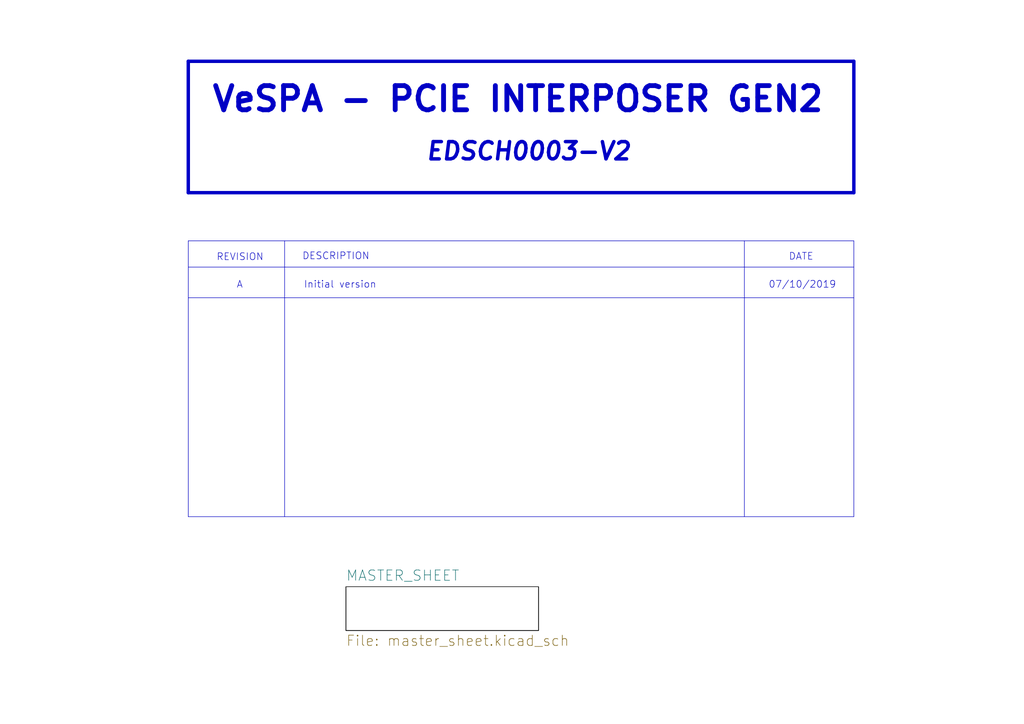
<source format=kicad_sch>
(kicad_sch (version 20200714) (host eeschema "(5.99.0-2858-ga3fc028c9b)")

  (page 1 5)

  (paper "A4")

  (title_block
    (title "EDSCH0003-V2")
    (date "07/10/2019")
    (rev "A")
    (comment 1 "VeSPA - PCIe INTERPOSER")
    (comment 2 " ")
    (comment 3 " ")
    (comment 4 " ")
  )

  (lib_symbols
  )


  (polyline (pts (xy 54.61 17.78) (xy 54.61 55.88))
    (stroke (width 0.9906) (type solid) (color 0 0 0 0))
  )
  (polyline (pts (xy 54.61 55.88) (xy 247.65 55.88))
    (stroke (width 0.9906) (type solid) (color 0 0 0 0))
  )
  (polyline (pts (xy 54.61 69.85) (xy 54.61 149.86))
    (stroke (width 0) (type solid) (color 0 0 0 0))
  )
  (polyline (pts (xy 54.61 69.85) (xy 247.65 69.85))
    (stroke (width 0) (type solid) (color 0 0 0 0))
  )
  (polyline (pts (xy 54.61 149.86) (xy 247.65 149.86))
    (stroke (width 0) (type solid) (color 0 0 0 0))
  )
  (polyline (pts (xy 82.55 69.85) (xy 82.55 149.86))
    (stroke (width 0) (type solid) (color 0 0 0 0))
  )
  (polyline (pts (xy 215.9 69.85) (xy 215.9 149.86))
    (stroke (width 0) (type solid) (color 0 0 0 0))
  )
  (polyline (pts (xy 247.65 17.78) (xy 54.61 17.78))
    (stroke (width 0.9906) (type solid) (color 0 0 0 0))
  )
  (polyline (pts (xy 247.65 55.88) (xy 247.65 17.78))
    (stroke (width 0.9906) (type solid) (color 0 0 0 0))
  )
  (polyline (pts (xy 247.65 69.85) (xy 247.65 149.86))
    (stroke (width 0) (type solid) (color 0 0 0 0))
  )
  (polyline (pts (xy 247.65 77.47) (xy 54.61 77.47))
    (stroke (width 0) (type solid) (color 0 0 0 0))
  )
  (polyline (pts (xy 247.65 86.36) (xy 54.61 86.36))
    (stroke (width 0) (type solid) (color 0 0 0 0))
  )

  (text "VeSPA - PCIE INTERPOSER GEN2" (at 60.96 33.02 0)
    (effects (font (size 7.0104 7.0104) (thickness 1.4021) bold) (justify left bottom))
  )
  (text "REVISION" (at 62.738 75.819 0)
    (effects (font (size 2.0066 2.0066)) (justify left bottom))
  )
  (text "A" (at 68.58 83.82 0)
    (effects (font (size 2.007 2.007)) (justify left bottom))
  )
  (text "DESCRIPTION" (at 87.63 75.565 0)
    (effects (font (size 2.0066 2.0066)) (justify left bottom))
  )
  (text "Initial version" (at 109.22 83.82 180)
    (effects (font (size 2.007 2.007)) (justify right bottom))
  )
  (text "EDSCH0003-V2" (at 123.19 46.99 0)
    (effects (font (size 5.0038 5.0038) (thickness 1.0008) bold italic) (justify left bottom))
  )
  (text "DATE" (at 228.727 75.692 0)
    (effects (font (size 2.0066 2.0066)) (justify left bottom))
  )
  (text "07/10/2019" (at 242.57 83.82 180)
    (effects (font (size 2.007 2.007)) (justify right bottom))
  )

  (sheet (at 100.33 170.18) (size 55.88 12.7)
    (stroke (width 0) (type solid) (color 0 0 0 1))
    (fill (color 255 255 255 0.0000))
    (uuid 00000000-0000-0000-0000-00005d9baeb2)
    (property "Sheet name" "MASTER_SHEET" (id 0) (at 100.33 168.6809 0)
      (effects (font (size 2.9972 2.9972)) (justify left bottom))
    )
    (property "Sheet file" "master_sheet.kicad_sch" (id 1) (at 100.33 184.0794 0)
      (effects (font (size 2.9972 2.9972)) (justify left top))
    )
  )

  (symbol_instances
    (path "/00000000-0000-0000-0000-00005d9baeb2/00000000-0000-0000-0000-00005d9baf86/00000000-0000-0000-0000-00005db5e1bc"
      (reference "#PWR01") (unit 1)
    )
    (path "/00000000-0000-0000-0000-00005d9baeb2/00000000-0000-0000-0000-00005d9baf86/00000000-0000-0000-0000-00005db65e5d"
      (reference "#PWR02") (unit 1)
    )
    (path "/00000000-0000-0000-0000-00005d9baeb2/00000000-0000-0000-0000-00005d9baf86/00000000-0000-0000-0000-00005db6d00c"
      (reference "#PWR03") (unit 1)
    )
    (path "/00000000-0000-0000-0000-00005d9baeb2/00000000-0000-0000-0000-00005d9baf86/00000000-0000-0000-0000-00005db6a76a"
      (reference "#PWR04") (unit 1)
    )
    (path "/00000000-0000-0000-0000-00005d9baeb2/00000000-0000-0000-0000-00005d9baf86/00000000-0000-0000-0000-00005e24eda3"
      (reference "#PWR05") (unit 1)
    )
    (path "/00000000-0000-0000-0000-00005d9baeb2/00000000-0000-0000-0000-00005d9baf86/00000000-0000-0000-0000-00005e24f278"
      (reference "#PWR06") (unit 1)
    )
    (path "/00000000-0000-0000-0000-00005d9baeb2/00000000-0000-0000-0000-00005d9baf86/00000000-0000-0000-0000-00005e25074c"
      (reference "#PWR07") (unit 1)
    )
    (path "/00000000-0000-0000-0000-00005d9baeb2/00000000-0000-0000-0000-00005d9baf86/00000000-0000-0000-0000-00005e250b90"
      (reference "#PWR08") (unit 1)
    )
    (path "/00000000-0000-0000-0000-00005d9baeb2/00000000-0000-0000-0000-00005d9baf86/00000000-0000-0000-0000-00005dc132c7"
      (reference "#PWR09") (unit 1)
    )
    (path "/00000000-0000-0000-0000-00005d9baeb2/00000000-0000-0000-0000-00005d9baf86/00000000-0000-0000-0000-00005dc33211"
      (reference "#PWR010") (unit 1)
    )
    (path "/00000000-0000-0000-0000-00005d9baeb2/00000000-0000-0000-0000-00005d9baf86/00000000-0000-0000-0000-00005dbec328"
      (reference "#PWR011") (unit 1)
    )
    (path "/00000000-0000-0000-0000-00005d9baeb2/00000000-0000-0000-0000-00005d9baf86/00000000-0000-0000-0000-00005e253c2d"
      (reference "#PWR012") (unit 1)
    )
    (path "/00000000-0000-0000-0000-00005d9baeb2/00000000-0000-0000-0000-00005d9baf86/00000000-0000-0000-0000-00005e2bb68a"
      (reference "#PWR013") (unit 1)
    )
    (path "/00000000-0000-0000-0000-00005d9baeb2/00000000-0000-0000-0000-00005d9baf86/00000000-0000-0000-0000-00005e254714"
      (reference "#PWR014") (unit 1)
    )
    (path "/00000000-0000-0000-0000-00005d9baeb2/00000000-0000-0000-0000-00005d9baf86/00000000-0000-0000-0000-00005e250f9e"
      (reference "#PWR015") (unit 1)
    )
    (path "/00000000-0000-0000-0000-00005d9baeb2/00000000-0000-0000-0000-00005d9baf86/00000000-0000-0000-0000-00005e251829"
      (reference "#PWR016") (unit 1)
    )
    (path "/00000000-0000-0000-0000-00005d9baeb2/00000000-0000-0000-0000-00005d9baf86/00000000-0000-0000-0000-00005dbc010e"
      (reference "#PWR017") (unit 1)
    )
    (path "/00000000-0000-0000-0000-00005d9baeb2/00000000-0000-0000-0000-00005d9baf86/00000000-0000-0000-0000-00005dbde284"
      (reference "#PWR018") (unit 1)
    )
    (path "/00000000-0000-0000-0000-00005d9baeb2/00000000-0000-0000-0000-00005d9baf86/00000000-0000-0000-0000-00005dbc379d"
      (reference "#PWR019") (unit 1)
    )
    (path "/00000000-0000-0000-0000-00005d9baeb2/00000000-0000-0000-0000-00005d9baf86/00000000-0000-0000-0000-00005e251bdf"
      (reference "#PWR020") (unit 1)
    )
    (path "/00000000-0000-0000-0000-00005d9baeb2/00000000-0000-0000-0000-00005d9baf86/00000000-0000-0000-0000-00005dbd8df4"
      (reference "#PWR021") (unit 1)
    )
    (path "/00000000-0000-0000-0000-00005d9baeb2/00000000-0000-0000-0000-00005d9baf86/00000000-0000-0000-0000-00005e25130c"
      (reference "#PWR022") (unit 1)
    )
    (path "/00000000-0000-0000-0000-00005d9baeb2/00000000-0000-0000-0000-00005d9baf86/00000000-0000-0000-0000-00005e257f67"
      (reference "C1") (unit 1)
    )
    (path "/00000000-0000-0000-0000-00005d9baeb2/00000000-0000-0000-0000-00005d9baf86/00000000-0000-0000-0000-00005e258aae"
      (reference "C2") (unit 1)
    )
    (path "/00000000-0000-0000-0000-00005d9baeb2/00000000-0000-0000-0000-00005d9baf86/00000000-0000-0000-0000-00005e25cf9a"
      (reference "C3") (unit 1)
    )
    (path "/00000000-0000-0000-0000-00005d9baeb2/00000000-0000-0000-0000-00005d9baf86/00000000-0000-0000-0000-00005e25d8e1"
      (reference "C4") (unit 1)
    )
    (path "/00000000-0000-0000-0000-00005d9baeb2/00000000-0000-0000-0000-00005d9baf86/00000000-0000-0000-0000-00005e2650b7"
      (reference "C5") (unit 1)
    )
    (path "/00000000-0000-0000-0000-00005d9baeb2/00000000-0000-0000-0000-00005d9baf86/00000000-0000-0000-0000-00005dba7f8d"
      (reference "J1") (unit 1)
    )
    (path "/00000000-0000-0000-0000-00005d9baeb2/00000000-0000-0000-0000-00005d9baf86/00000000-0000-0000-0000-00005dbd538f"
      (reference "J2") (unit 1)
    )
    (path "/00000000-0000-0000-0000-00005d9baeb2/00000000-0000-0000-0000-00005d9baf86/00000000-0000-0000-0000-00005db877af"
      (reference "P1") (unit 1)
    )
    (path "/00000000-0000-0000-0000-00005d9baeb2/00000000-0000-0000-0000-00005d9baf86/00000000-0000-0000-0000-00005e2a8dfa"
      (reference "R19") (unit 1)
    )
    (path "/00000000-0000-0000-0000-00005d9baeb2/00000000-0000-0000-0000-00005d9baf86/00000000-0000-0000-0000-00005e26515b"
      (reference "R20") (unit 1)
    )
    (path "/00000000-0000-0000-0000-00005d9baeb2/00000000-0000-0000-0000-00005d9baf86/00000000-0000-0000-0000-00005e2b75c8"
      (reference "U1") (unit 1)
    )
    (path "/00000000-0000-0000-0000-00005d9baeb2/00000000-0000-0000-0000-00005d9baf86/00000000-0000-0000-0000-00005e255c3b"
      (reference "ZZ1") (unit 1)
    )
    (path "/00000000-0000-0000-0000-00005d9baeb2/00000000-0000-0000-0000-00005d9baf86/00000000-0000-0000-0000-00005e25625a"
      (reference "ZZ2") (unit 1)
    )
    (path "/00000000-0000-0000-0000-00005d9baeb2/00000000-0000-0000-0000-00005d9baf88/00000000-0000-0000-0000-00005e2bce9b"
      (reference "#PWR023") (unit 1)
    )
    (path "/00000000-0000-0000-0000-00005d9baeb2/00000000-0000-0000-0000-00005d9baf88/00000000-0000-0000-0000-00005e2579a1"
      (reference "#PWR024") (unit 1)
    )
    (path "/00000000-0000-0000-0000-00005d9baeb2/00000000-0000-0000-0000-00005d9baf88/00000000-0000-0000-0000-00005e264f11"
      (reference "#PWR025") (unit 1)
    )
    (path "/00000000-0000-0000-0000-00005d9baeb2/00000000-0000-0000-0000-00005d9baf88/00000000-0000-0000-0000-00005e26510b"
      (reference "#PWR026") (unit 1)
    )
    (path "/00000000-0000-0000-0000-00005d9baeb2/00000000-0000-0000-0000-00005d9baf88/00000000-0000-0000-0000-00005e271f3b"
      (reference "#PWR027") (unit 1)
    )
    (path "/00000000-0000-0000-0000-00005d9baeb2/00000000-0000-0000-0000-00005d9baf88/00000000-0000-0000-0000-00005e271f8f"
      (reference "#PWR028") (unit 1)
    )
    (path "/00000000-0000-0000-0000-00005d9baeb2/00000000-0000-0000-0000-00005d9baf88/00000000-0000-0000-0000-00005e2638d6"
      (reference "#PWR029") (unit 1)
    )
    (path "/00000000-0000-0000-0000-00005d9baeb2/00000000-0000-0000-0000-00005d9baf88/00000000-0000-0000-0000-00005e26509d"
      (reference "#PWR030") (unit 1)
    )
    (path "/00000000-0000-0000-0000-00005d9baeb2/00000000-0000-0000-0000-00005d9baf88/00000000-0000-0000-0000-00005e271da6"
      (reference "#PWR031") (unit 1)
    )
    (path "/00000000-0000-0000-0000-00005d9baeb2/00000000-0000-0000-0000-00005d9baf88/00000000-0000-0000-0000-00005dcd88a6"
      (reference "#PWR032") (unit 1)
    )
    (path "/00000000-0000-0000-0000-00005d9baeb2/00000000-0000-0000-0000-00005d9baf88/00000000-0000-0000-0000-00005e264fd3"
      (reference "#PWR033") (unit 1)
    )
    (path "/00000000-0000-0000-0000-00005d9baeb2/00000000-0000-0000-0000-00005d9baf88/00000000-0000-0000-0000-00005e271d62"
      (reference "#PWR034") (unit 1)
    )
    (path "/00000000-0000-0000-0000-00005d9baeb2/00000000-0000-0000-0000-00005d9baf88/00000000-0000-0000-0000-00005dc2c117"
      (reference "#PWR035") (unit 1)
    )
    (path "/00000000-0000-0000-0000-00005d9baeb2/00000000-0000-0000-0000-00005d9baf88/00000000-0000-0000-0000-00005e264fc0"
      (reference "#PWR036") (unit 1)
    )
    (path "/00000000-0000-0000-0000-00005d9baeb2/00000000-0000-0000-0000-00005d9baf88/00000000-0000-0000-0000-00005e271ecc"
      (reference "#PWR037") (unit 1)
    )
    (path "/00000000-0000-0000-0000-00005d9baeb2/00000000-0000-0000-0000-00005d9baf88/00000000-0000-0000-0000-00005e263c1e"
      (reference "#PWR038") (unit 1)
    )
    (path "/00000000-0000-0000-0000-00005d9baeb2/00000000-0000-0000-0000-00005d9baf88/00000000-0000-0000-0000-00005dce15f6"
      (reference "#PWR039") (unit 1)
    )
    (path "/00000000-0000-0000-0000-00005d9baeb2/00000000-0000-0000-0000-00005d9baf88/00000000-0000-0000-0000-00005e2650dd"
      (reference "#PWR040") (unit 1)
    )
    (path "/00000000-0000-0000-0000-00005d9baeb2/00000000-0000-0000-0000-00005d9baf88/00000000-0000-0000-0000-00005e26508b"
      (reference "#PWR041") (unit 1)
    )
    (path "/00000000-0000-0000-0000-00005d9baeb2/00000000-0000-0000-0000-00005d9baf88/00000000-0000-0000-0000-00005e271f28"
      (reference "#PWR042") (unit 1)
    )
    (path "/00000000-0000-0000-0000-00005d9baeb2/00000000-0000-0000-0000-00005d9baf88/00000000-0000-0000-0000-00005e271d94"
      (reference "#PWR043") (unit 1)
    )
    (path "/00000000-0000-0000-0000-00005d9baeb2/00000000-0000-0000-0000-00005d9baf88/00000000-0000-0000-0000-00005dc2c8ce"
      (reference "#PWR044") (unit 1)
    )
    (path "/00000000-0000-0000-0000-00005d9baeb2/00000000-0000-0000-0000-00005d9baf88/00000000-0000-0000-0000-00005e264ff6"
      (reference "#PWR045") (unit 1)
    )
    (path "/00000000-0000-0000-0000-00005d9baeb2/00000000-0000-0000-0000-00005d9baf88/00000000-0000-0000-0000-00005e271db9"
      (reference "#PWR046") (unit 1)
    )
    (path "/00000000-0000-0000-0000-00005d9baeb2/00000000-0000-0000-0000-00005d9baf88/00000000-0000-0000-0000-00005dc418e5"
      (reference "#PWR047") (unit 1)
    )
    (path "/00000000-0000-0000-0000-00005d9baeb2/00000000-0000-0000-0000-00005d9baf88/00000000-0000-0000-0000-00005e265075"
      (reference "#PWR048") (unit 1)
    )
    (path "/00000000-0000-0000-0000-00005d9baeb2/00000000-0000-0000-0000-00005d9baf88/00000000-0000-0000-0000-00005e271dcd"
      (reference "#PWR049") (unit 1)
    )
    (path "/00000000-0000-0000-0000-00005d9baeb2/00000000-0000-0000-0000-00005d9baf88/00000000-0000-0000-0000-00005dc3ce18"
      (reference "#PWR050") (unit 1)
    )
    (path "/00000000-0000-0000-0000-00005d9baeb2/00000000-0000-0000-0000-00005d9baf88/00000000-0000-0000-0000-00005e265062"
      (reference "#PWR051") (unit 1)
    )
    (path "/00000000-0000-0000-0000-00005d9baeb2/00000000-0000-0000-0000-00005d9baf88/00000000-0000-0000-0000-00005e271e0e"
      (reference "#PWR052") (unit 1)
    )
    (path "/00000000-0000-0000-0000-00005d9baeb2/00000000-0000-0000-0000-00005d9baf88/00000000-0000-0000-0000-00005e263efe"
      (reference "#PWR053") (unit 1)
    )
    (path "/00000000-0000-0000-0000-00005d9baeb2/00000000-0000-0000-0000-00005d9baf88/00000000-0000-0000-0000-00005e2650cb"
      (reference "#PWR054") (unit 1)
    )
    (path "/00000000-0000-0000-0000-00005d9baeb2/00000000-0000-0000-0000-00005d9baf88/00000000-0000-0000-0000-00005e271d4c"
      (reference "#PWR055") (unit 1)
    )
    (path "/00000000-0000-0000-0000-00005d9baeb2/00000000-0000-0000-0000-00005d9baf88/00000000-0000-0000-0000-00005e24df32"
      (reference "C6") (unit 1)
    )
    (path "/00000000-0000-0000-0000-00005d9baeb2/00000000-0000-0000-0000-00005d9baf88/00000000-0000-0000-0000-00005e24fbe2"
      (reference "C7") (unit 1)
    )
    (path "/00000000-0000-0000-0000-00005d9baeb2/00000000-0000-0000-0000-00005d9baf88/00000000-0000-0000-0000-00005e265125"
      (reference "C8") (unit 1)
    )
    (path "/00000000-0000-0000-0000-00005d9baeb2/00000000-0000-0000-0000-00005d9baf88/00000000-0000-0000-0000-00005e2650f7"
      (reference "C9") (unit 1)
    )
    (path "/00000000-0000-0000-0000-00005d9baeb2/00000000-0000-0000-0000-00005d9baf88/00000000-0000-0000-0000-00005e271fa8"
      (reference "C10") (unit 1)
    )
    (path "/00000000-0000-0000-0000-00005d9baeb2/00000000-0000-0000-0000-00005d9baf88/00000000-0000-0000-0000-00005e27204d"
      (reference "C11") (unit 1)
    )
    (path "/00000000-0000-0000-0000-00005d9baeb2/00000000-0000-0000-0000-00005d9baf88/00000000-0000-0000-0000-00005e25a937"
      (reference "C12") (unit 1)
    )
    (path "/00000000-0000-0000-0000-00005d9baeb2/00000000-0000-0000-0000-00005d9baf88/00000000-0000-0000-0000-00005e265233"
      (reference "C13") (unit 1)
    )
    (path "/00000000-0000-0000-0000-00005d9baeb2/00000000-0000-0000-0000-00005d9baf88/00000000-0000-0000-0000-00005e271d7f"
      (reference "C14") (unit 1)
    )
    (path "/00000000-0000-0000-0000-00005d9baeb2/00000000-0000-0000-0000-00005d9baf88/00000000-0000-0000-0000-00005e25f23e"
      (reference "C15") (unit 1)
    )
    (path "/00000000-0000-0000-0000-00005d9baeb2/00000000-0000-0000-0000-00005d9baf88/00000000-0000-0000-0000-00005e26513f"
      (reference "C16") (unit 1)
    )
    (path "/00000000-0000-0000-0000-00005d9baeb2/00000000-0000-0000-0000-00005d9baf88/00000000-0000-0000-0000-00005e271d37"
      (reference "C17") (unit 1)
    )
    (path "/00000000-0000-0000-0000-00005d9baeb2/00000000-0000-0000-0000-00005d9baf88/00000000-0000-0000-0000-00005e25fea2"
      (reference "C18") (unit 1)
    )
    (path "/00000000-0000-0000-0000-00005d9baeb2/00000000-0000-0000-0000-00005d9baf88/00000000-0000-0000-0000-00005e264eff"
      (reference "C19") (unit 1)
    )
    (path "/00000000-0000-0000-0000-00005d9baeb2/00000000-0000-0000-0000-00005d9baf88/00000000-0000-0000-0000-00005e271ef3"
      (reference "C20") (unit 1)
    )
    (path "/00000000-0000-0000-0000-00005d9baeb2/00000000-0000-0000-0000-00005d9baf88/00000000-0000-0000-0000-00005e25d51c"
      (reference "C21") (unit 1)
    )
    (path "/00000000-0000-0000-0000-00005d9baeb2/00000000-0000-0000-0000-00005d9baf88/00000000-0000-0000-0000-00005e25db49"
      (reference "C22") (unit 1)
    )
    (path "/00000000-0000-0000-0000-00005d9baeb2/00000000-0000-0000-0000-00005d9baf88/00000000-0000-0000-0000-00005e2651ff"
      (reference "C23") (unit 1)
    )
    (path "/00000000-0000-0000-0000-00005d9baeb2/00000000-0000-0000-0000-00005d9baf88/00000000-0000-0000-0000-00005e2bce9c"
      (reference "C24") (unit 1)
    )
    (path "/00000000-0000-0000-0000-00005d9baeb2/00000000-0000-0000-0000-00005d9baf88/00000000-0000-0000-0000-00005dca694f"
      (reference "D1") (unit 1)
    )
    (path "/00000000-0000-0000-0000-00005d9baeb2/00000000-0000-0000-0000-00005d9baf88/00000000-0000-0000-0000-00005e265024"
      (reference "D2") (unit 1)
    )
    (path "/00000000-0000-0000-0000-00005d9baeb2/00000000-0000-0000-0000-00005d9baf88/00000000-0000-0000-0000-00005e271df8"
      (reference "D3") (unit 1)
    )
    (path "/00000000-0000-0000-0000-00005d9baeb2/00000000-0000-0000-0000-00005d9baf88/00000000-0000-0000-0000-00005e25dde7"
      (reference "FB1") (unit 1)
    )
    (path "/00000000-0000-0000-0000-00005d9baeb2/00000000-0000-0000-0000-00005d9baf88/00000000-0000-0000-0000-00005e264f47"
      (reference "FB2") (unit 1)
    )
    (path "/00000000-0000-0000-0000-00005d9baeb2/00000000-0000-0000-0000-00005d9baf88/00000000-0000-0000-0000-00005e272034"
      (reference "FB3") (unit 1)
    )
    (path "/00000000-0000-0000-0000-00005d9baeb2/00000000-0000-0000-0000-00005d9baf88/00000000-0000-0000-0000-00005e250088"
      (reference "R1") (unit 1)
    )
    (path "/00000000-0000-0000-0000-00005d9baeb2/00000000-0000-0000-0000-00005d9baf88/00000000-0000-0000-0000-00005e2540cf"
      (reference "R2") (unit 1)
    )
    (path "/00000000-0000-0000-0000-00005d9baeb2/00000000-0000-0000-0000-00005d9baf88/00000000-0000-0000-0000-00005e264f2c"
      (reference "R3") (unit 1)
    )
    (path "/00000000-0000-0000-0000-00005d9baeb2/00000000-0000-0000-0000-00005d9baf88/00000000-0000-0000-0000-00005e2651ae"
      (reference "R4") (unit 1)
    )
    (path "/00000000-0000-0000-0000-00005d9baeb2/00000000-0000-0000-0000-00005d9baf88/00000000-0000-0000-0000-00005e271f11"
      (reference "R5") (unit 1)
    )
    (path "/00000000-0000-0000-0000-00005d9baeb2/00000000-0000-0000-0000-00005d9baf88/00000000-0000-0000-0000-00005e271e48"
      (reference "R6") (unit 1)
    )
    (path "/00000000-0000-0000-0000-00005d9baeb2/00000000-0000-0000-0000-00005d9baf88/00000000-0000-0000-0000-00005e25692c"
      (reference "R7") (unit 1)
    )
    (path "/00000000-0000-0000-0000-00005d9baeb2/00000000-0000-0000-0000-00005d9baf88/00000000-0000-0000-0000-00005e25604f"
      (reference "R8") (unit 1)
    )
    (path "/00000000-0000-0000-0000-00005d9baeb2/00000000-0000-0000-0000-00005d9baf88/00000000-0000-0000-0000-00005e2572b5"
      (reference "R9") (unit 1)
    )
    (path "/00000000-0000-0000-0000-00005d9baeb2/00000000-0000-0000-0000-00005d9baf88/00000000-0000-0000-0000-00005e2651c8"
      (reference "R10") (unit 1)
    )
    (path "/00000000-0000-0000-0000-00005d9baeb2/00000000-0000-0000-0000-00005d9baf88/00000000-0000-0000-0000-00005e2651e2"
      (reference "R11") (unit 1)
    )
    (path "/00000000-0000-0000-0000-00005d9baeb2/00000000-0000-0000-0000-00005d9baf88/00000000-0000-0000-0000-00005e2c70ec"
      (reference "R12") (unit 1)
    )
    (path "/00000000-0000-0000-0000-00005d9baeb2/00000000-0000-0000-0000-00005d9baf88/00000000-0000-0000-0000-00005e271ff9"
      (reference "R13") (unit 1)
    )
    (path "/00000000-0000-0000-0000-00005d9baeb2/00000000-0000-0000-0000-00005d9baf88/00000000-0000-0000-0000-00005e271e63"
      (reference "R14") (unit 1)
    )
    (path "/00000000-0000-0000-0000-00005d9baeb2/00000000-0000-0000-0000-00005d9baf88/00000000-0000-0000-0000-00005e271f7c"
      (reference "R15") (unit 1)
    )
    (path "/00000000-0000-0000-0000-00005d9baeb2/00000000-0000-0000-0000-00005d9baf88/00000000-0000-0000-0000-00005e29cbc5"
      (reference "R16") (unit 1)
    )
    (path "/00000000-0000-0000-0000-00005d9baeb2/00000000-0000-0000-0000-00005d9baf88/00000000-0000-0000-0000-00005e267a0d"
      (reference "R17") (unit 1)
    )
    (path "/00000000-0000-0000-0000-00005d9baeb2/00000000-0000-0000-0000-00005d9baf88/00000000-0000-0000-0000-00005e268365"
      (reference "R18") (unit 1)
    )
    (path "/00000000-0000-0000-0000-00005d9baeb2/00000000-0000-0000-0000-00005d9baf88/00000000-0000-0000-0000-00005e2c70ed"
      (reference "R21") (unit 1)
    )
    (path "/00000000-0000-0000-0000-00005d9baeb2/00000000-0000-0000-0000-00005d9baf88/00000000-0000-0000-0000-00005e2ab4d3"
      (reference "R22") (unit 1)
    )
    (path "/00000000-0000-0000-0000-00005d9baeb2/00000000-0000-0000-0000-00005d9baf88/00000000-0000-0000-0000-00005e29a2cb"
      (reference "R23") (unit 1)
    )
    (path "/00000000-0000-0000-0000-00005d9baeb2/00000000-0000-0000-0000-00005d9baf88/00000000-0000-0000-0000-00005e299ad3"
      (reference "R24") (unit 1)
    )
    (path "/00000000-0000-0000-0000-00005d9baeb2/00000000-0000-0000-0000-00005d9baf88/00000000-0000-0000-0000-00005e29742c"
      (reference "R25") (unit 1)
    )
    (path "/00000000-0000-0000-0000-00005d9baeb2/00000000-0000-0000-0000-00005d9baf88/00000000-0000-0000-0000-00005e29df51"
      (reference "R26") (unit 1)
    )
    (path "/00000000-0000-0000-0000-00005d9baeb2/00000000-0000-0000-0000-00005d9baf88/00000000-0000-0000-0000-00005e29f29f"
      (reference "R27") (unit 1)
    )
    (path "/00000000-0000-0000-0000-00005d9baeb2/00000000-0000-0000-0000-00005d9baf88/00000000-0000-0000-0000-00005e29fe2c"
      (reference "R28") (unit 1)
    )
    (path "/00000000-0000-0000-0000-00005d9baeb2/00000000-0000-0000-0000-00005d9baf88/00000000-0000-0000-0000-00005dc15347"
      (reference "U2") (unit 1)
    )
    (path "/00000000-0000-0000-0000-00005d9baeb2/00000000-0000-0000-0000-00005d9baf88/00000000-0000-0000-0000-00005e264fa8"
      (reference "U3") (unit 1)
    )
    (path "/00000000-0000-0000-0000-00005d9baeb2/00000000-0000-0000-0000-00005d9baf88/00000000-0000-0000-0000-00005e271eb3"
      (reference "U4") (unit 1)
    )
    (path "/00000000-0000-0000-0000-00005d9baeb2/00000000-0000-0000-0000-00005db14821/00000000-0000-0000-0000-00005db21a72"
      (reference "#PWR056") (unit 1)
    )
    (path "/00000000-0000-0000-0000-00005d9baeb2/00000000-0000-0000-0000-00005db14821/00000000-0000-0000-0000-00005e27fb26"
      (reference "#PWR057") (unit 1)
    )
    (path "/00000000-0000-0000-0000-00005d9baeb2/00000000-0000-0000-0000-00005db14821/00000000-0000-0000-0000-00005db322a2"
      (reference "#PWR058") (unit 1)
    )
    (path "/00000000-0000-0000-0000-00005d9baeb2/00000000-0000-0000-0000-00005db14821/00000000-0000-0000-0000-00005e28a6b2"
      (reference "#PWR059") (unit 1)
    )
    (path "/00000000-0000-0000-0000-00005d9baeb2/00000000-0000-0000-0000-00005db14821/00000000-0000-0000-0000-00005db235ec"
      (reference "#PWR060") (unit 1)
    )
    (path "/00000000-0000-0000-0000-00005d9baeb2/00000000-0000-0000-0000-00005db14821/00000000-0000-0000-0000-00005e28aa12"
      (reference "#PWR061") (unit 1)
    )
    (path "/00000000-0000-0000-0000-00005d9baeb2/00000000-0000-0000-0000-00005db14821/00000000-0000-0000-0000-00005db17b41"
      (reference "#PWR062") (unit 1)
    )
    (path "/00000000-0000-0000-0000-00005d9baeb2/00000000-0000-0000-0000-00005db14821/00000000-0000-0000-0000-00005dbb7b4f"
      (reference "#PWR063") (unit 1)
    )
    (path "/00000000-0000-0000-0000-00005d9baeb2/00000000-0000-0000-0000-00005db14821/00000000-0000-0000-0000-00005e28addc"
      (reference "#PWR064") (unit 1)
    )
    (path "/00000000-0000-0000-0000-00005d9baeb2/00000000-0000-0000-0000-00005db14821/00000000-0000-0000-0000-00005e284739"
      (reference "#PWR065") (unit 1)
    )
    (path "/00000000-0000-0000-0000-00005d9baeb2/00000000-0000-0000-0000-00005db14821/00000000-0000-0000-0000-00005db36ca3"
      (reference "#PWR066") (unit 1)
    )
    (path "/00000000-0000-0000-0000-00005d9baeb2/00000000-0000-0000-0000-00005db14821/00000000-0000-0000-0000-00005db4cefb"
      (reference "#PWR067") (unit 1)
    )
    (path "/00000000-0000-0000-0000-00005d9baeb2/00000000-0000-0000-0000-00005db14821/00000000-0000-0000-0000-00005e285067"
      (reference "#PWR068") (unit 1)
    )
    (path "/00000000-0000-0000-0000-00005d9baeb2/00000000-0000-0000-0000-00005db14821/00000000-0000-0000-0000-00005db3fbeb"
      (reference "#PWR069") (unit 1)
    )
    (path "/00000000-0000-0000-0000-00005d9baeb2/00000000-0000-0000-0000-00005db14821/00000000-0000-0000-0000-00005e28b0a8"
      (reference "#PWR070") (unit 1)
    )
    (path "/00000000-0000-0000-0000-00005d9baeb2/00000000-0000-0000-0000-00005db14821/00000000-0000-0000-0000-00005db4f95c"
      (reference "#PWR071") (unit 1)
    )
    (path "/00000000-0000-0000-0000-00005d9baeb2/00000000-0000-0000-0000-00005db14821/00000000-0000-0000-0000-00005e285398"
      (reference "#PWR072") (unit 1)
    )
    (path "/00000000-0000-0000-0000-00005d9baeb2/00000000-0000-0000-0000-00005db14821/00000000-0000-0000-0000-00005db435aa"
      (reference "#PWR073") (unit 1)
    )
    (path "/00000000-0000-0000-0000-00005d9baeb2/00000000-0000-0000-0000-00005db14821/00000000-0000-0000-0000-00005e28b242"
      (reference "#PWR074") (unit 1)
    )
    (path "/00000000-0000-0000-0000-00005d9baeb2/00000000-0000-0000-0000-00005db14821/00000000-0000-0000-0000-00005db52d94"
      (reference "#PWR075") (unit 1)
    )
    (path "/00000000-0000-0000-0000-00005d9baeb2/00000000-0000-0000-0000-00005db14821/00000000-0000-0000-0000-00005e28566f"
      (reference "#PWR076") (unit 1)
    )
    (path "/00000000-0000-0000-0000-00005d9baeb2/00000000-0000-0000-0000-00005db14821/00000000-0000-0000-0000-00005db44b19"
      (reference "#PWR077") (unit 1)
    )
    (path "/00000000-0000-0000-0000-00005d9baeb2/00000000-0000-0000-0000-00005db14821/00000000-0000-0000-0000-00005e28b55b"
      (reference "#PWR078") (unit 1)
    )
    (path "/00000000-0000-0000-0000-00005d9baeb2/00000000-0000-0000-0000-00005db14821/00000000-0000-0000-0000-00005db57dfc"
      (reference "#PWR079") (unit 1)
    )
    (path "/00000000-0000-0000-0000-00005d9baeb2/00000000-0000-0000-0000-00005db14821/00000000-0000-0000-0000-00005e2bce9f"
      (reference "C25") (unit 1)
    )
    (path "/00000000-0000-0000-0000-00005d9baeb2/00000000-0000-0000-0000-00005db14821/00000000-0000-0000-0000-00005e2bcea0"
      (reference "C26") (unit 1)
    )
    (path "/00000000-0000-0000-0000-00005d9baeb2/00000000-0000-0000-0000-00005db14821/00000000-0000-0000-0000-00005e288a5e"
      (reference "C27") (unit 1)
    )
    (path "/00000000-0000-0000-0000-00005d9baeb2/00000000-0000-0000-0000-00005db14821/00000000-0000-0000-0000-00005e288a85"
      (reference "C28") (unit 1)
    )
    (path "/00000000-0000-0000-0000-00005d9baeb2/00000000-0000-0000-0000-00005db14821/00000000-0000-0000-0000-00005e2bce9e"
      (reference "C29") (unit 1)
    )
    (path "/00000000-0000-0000-0000-00005d9baeb2/00000000-0000-0000-0000-00005db14821/00000000-0000-0000-0000-00005e28d139"
      (reference "C30") (unit 1)
    )
    (path "/00000000-0000-0000-0000-00005d9baeb2/00000000-0000-0000-0000-00005db14821/00000000-0000-0000-0000-00005e28d2d6"
      (reference "C31") (unit 1)
    )
    (path "/00000000-0000-0000-0000-00005d9baeb2/00000000-0000-0000-0000-00005db14821/00000000-0000-0000-0000-00005e28d5d7"
      (reference "C32") (unit 1)
    )
    (path "/00000000-0000-0000-0000-00005d9baeb2/00000000-0000-0000-0000-00005db14821/00000000-0000-0000-0000-00005e28d824"
      (reference "C33") (unit 1)
    )
    (path "/00000000-0000-0000-0000-00005d9baeb2/00000000-0000-0000-0000-00005db14821/00000000-0000-0000-0000-00005e28db65"
      (reference "C34") (unit 1)
    )
    (path "/00000000-0000-0000-0000-00005d9baeb2/00000000-0000-0000-0000-00005db14821/00000000-0000-0000-0000-00005e2bce9d"
      (reference "C35") (unit 1)
    )
    (path "/00000000-0000-0000-0000-00005d9baeb2/00000000-0000-0000-0000-00005db14821/00000000-0000-0000-0000-00005e28f878"
      (reference "C36") (unit 1)
    )
    (path "/00000000-0000-0000-0000-00005d9baeb2/00000000-0000-0000-0000-00005db14821/00000000-0000-0000-0000-00005e2bcea1"
      (reference "R29") (unit 1)
    )
    (path "/00000000-0000-0000-0000-00005d9baeb2/00000000-0000-0000-0000-00005db14821/00000000-0000-0000-0000-00005e2806c1"
      (reference "R30") (unit 1)
    )
    (path "/00000000-0000-0000-0000-00005d9baeb2/00000000-0000-0000-0000-00005db14821/00000000-0000-0000-0000-00005e281a92"
      (reference "R31") (unit 1)
    )
    (path "/00000000-0000-0000-0000-00005d9baeb2/00000000-0000-0000-0000-00005db14821/00000000-0000-0000-0000-00005e282207"
      (reference "R32") (unit 1)
    )
    (path "/00000000-0000-0000-0000-00005d9baeb2/00000000-0000-0000-0000-00005db14821/00000000-0000-0000-0000-00005e282221"
      (reference "R33") (unit 1)
    )
    (path "/00000000-0000-0000-0000-00005d9baeb2/00000000-0000-0000-0000-00005db14821/00000000-0000-0000-0000-00005e282eff"
      (reference "R34") (unit 1)
    )
    (path "/00000000-0000-0000-0000-00005d9baeb2/00000000-0000-0000-0000-00005db14821/00000000-0000-0000-0000-00005e282ee5"
      (reference "R35") (unit 1)
    )
    (path "/00000000-0000-0000-0000-00005d9baeb2/00000000-0000-0000-0000-00005db14821/00000000-0000-0000-0000-00005e283a2d"
      (reference "R36") (unit 1)
    )
    (path "/00000000-0000-0000-0000-00005d9baeb2/00000000-0000-0000-0000-00005db14821/00000000-0000-0000-0000-00005e283a13"
      (reference "R37") (unit 1)
    )
    (path "/00000000-0000-0000-0000-00005d9baeb2/00000000-0000-0000-0000-00005db14821/00000000-0000-0000-0000-00005db1504b"
      (reference "U5") (unit 1)
    )
  )
)

</source>
